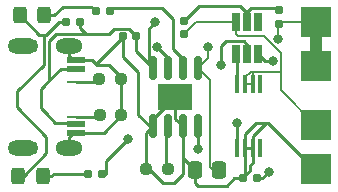
<source format=gbr>
%TF.GenerationSoftware,KiCad,Pcbnew,6.0.10+dfsg-1~bpo11+1*%
%TF.CreationDate,2023-01-21T14:50:41+00:00*%
%TF.ProjectId,tp4056,74703430-3536-42e6-9b69-6361645f7063,rev?*%
%TF.SameCoordinates,Original*%
%TF.FileFunction,Copper,L1,Top*%
%TF.FilePolarity,Positive*%
%FSLAX46Y46*%
G04 Gerber Fmt 4.6, Leading zero omitted, Abs format (unit mm)*
G04 Created by KiCad (PCBNEW 6.0.10+dfsg-1~bpo11+1) date 2023-01-21 14:50:41*
%MOMM*%
%LPD*%
G01*
G04 APERTURE LIST*
G04 Aperture macros list*
%AMRoundRect*
0 Rectangle with rounded corners*
0 $1 Rounding radius*
0 $2 $3 $4 $5 $6 $7 $8 $9 X,Y pos of 4 corners*
0 Add a 4 corners polygon primitive as box body*
4,1,4,$2,$3,$4,$5,$6,$7,$8,$9,$2,$3,0*
0 Add four circle primitives for the rounded corners*
1,1,$1+$1,$2,$3*
1,1,$1+$1,$4,$5*
1,1,$1+$1,$6,$7*
1,1,$1+$1,$8,$9*
0 Add four rect primitives between the rounded corners*
20,1,$1+$1,$2,$3,$4,$5,0*
20,1,$1+$1,$4,$5,$6,$7,0*
20,1,$1+$1,$6,$7,$8,$9,0*
20,1,$1+$1,$8,$9,$2,$3,0*%
G04 Aperture macros list end*
%TA.AperFunction,SMDPad,CuDef*%
%ADD10RoundRect,0.160000X0.197500X0.160000X-0.197500X0.160000X-0.197500X-0.160000X0.197500X-0.160000X0*%
%TD*%
%TA.AperFunction,SMDPad,CuDef*%
%ADD11R,1.500000X0.520000*%
%TD*%
%TA.AperFunction,SMDPad,CuDef*%
%ADD12R,1.500000X0.270000*%
%TD*%
%TA.AperFunction,ComponentPad*%
%ADD13O,2.300000X1.300000*%
%TD*%
%TA.AperFunction,ComponentPad*%
%ADD14O,2.600000X1.300000*%
%TD*%
%TA.AperFunction,ComponentPad*%
%ADD15R,2.500000X2.500000*%
%TD*%
%TA.AperFunction,SMDPad,CuDef*%
%ADD16RoundRect,0.160000X0.160000X-0.197500X0.160000X0.197500X-0.160000X0.197500X-0.160000X-0.197500X0*%
%TD*%
%TA.AperFunction,SMDPad,CuDef*%
%ADD17RoundRect,0.150000X0.150000X-0.825000X0.150000X0.825000X-0.150000X0.825000X-0.150000X-0.825000X0*%
%TD*%
%TA.AperFunction,SMDPad,CuDef*%
%ADD18R,3.000000X2.290000*%
%TD*%
%TA.AperFunction,SMDPad,CuDef*%
%ADD19RoundRect,0.160000X-0.197500X-0.160000X0.197500X-0.160000X0.197500X0.160000X-0.197500X0.160000X0*%
%TD*%
%TA.AperFunction,SMDPad,CuDef*%
%ADD20RoundRect,0.155000X-0.155000X0.212500X-0.155000X-0.212500X0.155000X-0.212500X0.155000X0.212500X0*%
%TD*%
%TA.AperFunction,SMDPad,CuDef*%
%ADD21RoundRect,0.237500X-0.250000X-0.237500X0.250000X-0.237500X0.250000X0.237500X-0.250000X0.237500X0*%
%TD*%
%TA.AperFunction,SMDPad,CuDef*%
%ADD22RoundRect,0.250000X0.325000X0.450000X-0.325000X0.450000X-0.325000X-0.450000X0.325000X-0.450000X0*%
%TD*%
%TA.AperFunction,SMDPad,CuDef*%
%ADD23RoundRect,0.250000X0.337500X0.475000X-0.337500X0.475000X-0.337500X-0.475000X0.337500X-0.475000X0*%
%TD*%
%TA.AperFunction,SMDPad,CuDef*%
%ADD24R,0.400000X1.560000*%
%TD*%
%TA.AperFunction,SMDPad,CuDef*%
%ADD25RoundRect,0.155000X0.212500X0.155000X-0.212500X0.155000X-0.212500X-0.155000X0.212500X-0.155000X0*%
%TD*%
%TA.AperFunction,SMDPad,CuDef*%
%ADD26RoundRect,0.237500X0.250000X0.237500X-0.250000X0.237500X-0.250000X-0.237500X0.250000X-0.237500X0*%
%TD*%
%TA.AperFunction,SMDPad,CuDef*%
%ADD27R,0.650000X1.560000*%
%TD*%
%TA.AperFunction,ViaPad*%
%ADD28C,0.800000*%
%TD*%
%TA.AperFunction,Conductor*%
%ADD29C,0.200000*%
%TD*%
%TA.AperFunction,Conductor*%
%ADD30C,0.250000*%
%TD*%
%TA.AperFunction,Conductor*%
%ADD31C,1.000000*%
%TD*%
G04 APERTURE END LIST*
D10*
%TO.P,R9,1*%
%TO.N,VIN*%
X135055000Y-88130000D03*
%TO.P,R9,2*%
%TO.N,Net-(D1-Pad2)*%
X133860000Y-88130000D03*
%TD*%
D11*
%TO.P,P1,A1,GND*%
%TO.N,GND*%
X134692000Y-91380000D03*
%TO.P,P1,A4,VBUS*%
%TO.N,VIN*%
X134692000Y-92130000D03*
D12*
%TO.P,P1,A8,SBU1*%
%TO.N,Net-(R8-Pad1)*%
X134692000Y-96230000D03*
D11*
%TO.P,P1,A9,VBUS*%
%TO.N,VIN*%
X134692000Y-96830000D03*
%TO.P,P1,A12,GND*%
%TO.N,GND*%
X134692000Y-97580000D03*
D12*
%TO.P,P1,B8,SBU2*%
%TO.N,Net-(P1-PadB8)*%
X134692000Y-93210000D03*
D13*
%TO.P,P1,S1,SHIELD*%
%TO.N,GND*%
X134065000Y-90160000D03*
D14*
X130240000Y-98800000D03*
D13*
X134065000Y-98800000D03*
D14*
X130240000Y-90160000D03*
%TD*%
D15*
%TO.P,J5,1,Pin_1*%
%TO.N,GND*%
X154975000Y-100644840D03*
%TD*%
D16*
%TO.P,R5,1*%
%TO.N,BAT+*%
X151890000Y-88370000D03*
%TO.P,R5,2*%
%TO.N,Net-(C2-Pad1)*%
X151890000Y-87175000D03*
%TD*%
D17*
%TO.P,U1,1,TEMP*%
%TO.N,GND*%
X141205000Y-96995000D03*
%TO.P,U1,2,PROG*%
%TO.N,Net-(R3-Pad1)*%
X142475000Y-96995000D03*
%TO.P,U1,3,GND*%
%TO.N,GND*%
X143745000Y-96995000D03*
%TO.P,U1,4,VCC*%
%TO.N,VIN*%
X145015000Y-96995000D03*
%TO.P,U1,5,BAT*%
%TO.N,BAT+*%
X145015000Y-92045000D03*
%TO.P,U1,6,~{STDBY}*%
%TO.N,Net-(R2-Pad2)*%
X143745000Y-92045000D03*
%TO.P,U1,7,~{CHRG}*%
%TO.N,Net-(R1-Pad2)*%
X142475000Y-92045000D03*
%TO.P,U1,8,CE*%
%TO.N,VIN*%
X141205000Y-92045000D03*
D18*
%TO.P,U1,9,PP*%
%TO.N,GND*%
X143110000Y-94520000D03*
%TD*%
D19*
%TO.P,R2,1*%
%TO.N,Net-(D2-Pad1)*%
X136365000Y-87250000D03*
%TO.P,R2,2*%
%TO.N,Net-(R2-Pad2)*%
X137560000Y-87250000D03*
%TD*%
D15*
%TO.P,J4,1,Pin_1*%
%TO.N,BAT-*%
X154970000Y-96859840D03*
%TD*%
D20*
%TO.P,C2,1*%
%TO.N,Net-(C2-Pad1)*%
X143830000Y-88075000D03*
%TO.P,C2,2*%
%TO.N,BAT-*%
X143830000Y-89210000D03*
%TD*%
D21*
%TO.P,R8,1*%
%TO.N,Net-(R8-Pad1)*%
X136715000Y-96070000D03*
%TO.P,R8,2*%
%TO.N,GND*%
X138540000Y-96070000D03*
%TD*%
D22*
%TO.P,D2,1,K*%
%TO.N,Net-(D2-Pad1)*%
X131995000Y-87610000D03*
%TO.P,D2,2,A*%
%TO.N,Net-(D1-Pad2)*%
X129945000Y-87610000D03*
%TD*%
D23*
%TO.P,C1,1*%
%TO.N,BAT+*%
X146830000Y-100710000D03*
%TO.P,C1,2*%
%TO.N,GND*%
X144755000Y-100710000D03*
%TD*%
D19*
%TO.P,R1,1*%
%TO.N,Net-(D1-Pad1)*%
X135725000Y-101020000D03*
%TO.P,R1,2*%
%TO.N,Net-(R1-Pad2)*%
X136920000Y-101020000D03*
%TD*%
D15*
%TO.P,J7,1,Pin_1*%
%TO.N,BAT+*%
X154980000Y-91899840D03*
%TD*%
D24*
%TO.P,U3,1,-IN*%
%TO.N,unconnected-(U3-Pad1)*%
X150290000Y-93443000D03*
%TO.P,U3,2,GND*%
%TO.N,BAT-*%
X149640000Y-93443000D03*
%TO.P,U3,3,Vref2*%
X148980000Y-93443000D03*
%TO.P,U3,4,OUT*%
%TO.N,/G1*%
X148330000Y-93443000D03*
%TO.P,U3,5,OUT*%
%TO.N,Net-(U2-Pad3)*%
X148330000Y-98857000D03*
%TO.P,U3,6,V+*%
%TO.N,GND*%
X148980000Y-98857000D03*
%TO.P,U3,7,Vref1*%
X149640000Y-98857000D03*
%TO.P,U3,8,+IN*%
%TO.N,unconnected-(U3-Pad8)*%
X150290000Y-98857000D03*
%TD*%
D10*
%TO.P,R6,1*%
%TO.N,/OC*%
X150025000Y-101410000D03*
%TO.P,R6,2*%
%TO.N,GND*%
X148830000Y-101410000D03*
%TD*%
D25*
%TO.P,C3,1*%
%TO.N,VIN*%
X139807500Y-89380000D03*
%TO.P,C3,2*%
%TO.N,GND*%
X138672500Y-89380000D03*
%TD*%
D21*
%TO.P,R7,1*%
%TO.N,Net-(P1-PadB8)*%
X136657500Y-93020000D03*
%TO.P,R7,2*%
%TO.N,GND*%
X138482500Y-93020000D03*
%TD*%
D15*
%TO.P,J6,1,Pin_1*%
%TO.N,BAT+*%
X154975000Y-88154840D03*
%TD*%
D22*
%TO.P,D1,1,K*%
%TO.N,Net-(D1-Pad1)*%
X131860000Y-101190000D03*
%TO.P,D1,2,A*%
%TO.N,Net-(D1-Pad2)*%
X129810000Y-101190000D03*
%TD*%
D26*
%TO.P,R3,1*%
%TO.N,Net-(R3-Pad1)*%
X142440000Y-100630000D03*
%TO.P,R3,2*%
%TO.N,GND*%
X140615000Y-100630000D03*
%TD*%
D27*
%TO.P,U2,1,OD*%
%TO.N,/G1*%
X148240000Y-90900000D03*
%TO.P,U2,2,CS*%
%TO.N,/OC*%
X149190000Y-90900000D03*
%TO.P,U2,3,OC*%
%TO.N,Net-(U2-Pad3)*%
X150140000Y-90900000D03*
%TO.P,U2,4,TD*%
%TO.N,unconnected-(U2-Pad4)*%
X150140000Y-88200000D03*
%TO.P,U2,5,VCC*%
%TO.N,Net-(C2-Pad1)*%
X149190000Y-88200000D03*
%TO.P,U2,6,GND*%
%TO.N,BAT-*%
X148240000Y-88200000D03*
%TD*%
D28*
%TO.N,Net-(U2-Pad3)*%
X148320000Y-96690000D03*
%TO.N,/OC*%
X146930000Y-91780000D03*
X151050000Y-100830000D03*
%TO.N,VIN*%
X141410000Y-88160000D03*
X145030000Y-98900000D03*
%TO.N,BAT+*%
X145830000Y-90260000D03*
X151834622Y-89575378D03*
%TO.N,Net-(R1-Pad2)*%
X139090000Y-98070000D03*
X141560000Y-90290000D03*
%TO.N,Net-(U2-Pad3)*%
X151343500Y-91470000D03*
%TD*%
D29*
%TO.N,BAT+*%
X151890000Y-88370000D02*
X152105160Y-88154840D01*
X152105160Y-88154840D02*
X154975000Y-88154840D01*
%TO.N,BAT-*%
X154970000Y-96859840D02*
X154959840Y-96859840D01*
X154959840Y-96859840D02*
X152043000Y-93943000D01*
X152043000Y-93943000D02*
X152043000Y-92363000D01*
D30*
%TO.N,GND*%
X148980000Y-98857000D02*
X149640000Y-98857000D01*
X149920000Y-96700000D02*
X150860000Y-96700000D01*
X150860000Y-96700000D02*
X150930000Y-96700000D01*
X149640000Y-98857000D02*
X149640000Y-97827000D01*
X149640000Y-97827000D02*
X150767000Y-96700000D01*
X150767000Y-96700000D02*
X150860000Y-96700000D01*
X148980000Y-98857000D02*
X148980000Y-97640000D01*
X154874840Y-100644840D02*
X154975000Y-100644840D01*
X148980000Y-97640000D02*
X149920000Y-96700000D01*
X150930000Y-96700000D02*
X154874840Y-100644840D01*
D31*
X154975000Y-100644840D02*
X154614840Y-100644840D01*
D30*
%TO.N,Net-(U2-Pad3)*%
X148330000Y-98857000D02*
X148330000Y-96700000D01*
X148330000Y-96700000D02*
X148320000Y-96690000D01*
%TO.N,/OC*%
X146930000Y-91780000D02*
X146930000Y-90230000D01*
X149190000Y-90090000D02*
X149190000Y-90900000D01*
X146930000Y-90230000D02*
X147365000Y-89795000D01*
X147365000Y-89795000D02*
X148895000Y-89795000D01*
X148895000Y-89795000D02*
X149190000Y-90090000D01*
X150025000Y-101410000D02*
X150470000Y-101410000D01*
X150470000Y-101410000D02*
X151050000Y-100830000D01*
D29*
%TO.N,BAT-*%
X149640000Y-93443000D02*
X149640000Y-92463000D01*
X149640000Y-92463000D02*
X149740000Y-92363000D01*
X149740000Y-92363000D02*
X150097000Y-92363000D01*
D30*
%TO.N,Net-(C2-Pad1)*%
X149480000Y-87020000D02*
X151735000Y-87020000D01*
X149190000Y-88200000D02*
X149190000Y-87310000D01*
X149190000Y-87310000D02*
X149480000Y-87020000D01*
X143830000Y-88075000D02*
X145125000Y-86780000D01*
X145125000Y-86780000D02*
X148575000Y-86780000D01*
X148575000Y-86780000D02*
X149190000Y-87395000D01*
X149190000Y-87395000D02*
X149190000Y-88200000D01*
%TO.N,VIN*%
X141410000Y-88160000D02*
X140835000Y-88735000D01*
X140835000Y-88735000D02*
X140835000Y-91675000D01*
X140835000Y-91675000D02*
X141205000Y-92045000D01*
%TO.N,Net-(R2-Pad2)*%
X137560000Y-87250000D02*
X137800000Y-87010000D01*
X137800000Y-87010000D02*
X142000000Y-87010000D01*
X143745000Y-91275000D02*
X143745000Y-92045000D01*
X142000000Y-87010000D02*
X142890000Y-87900000D01*
X142890000Y-87900000D02*
X142890000Y-90420000D01*
X142890000Y-90420000D02*
X143745000Y-91275000D01*
%TO.N,Net-(D1-Pad2)*%
X131950000Y-89230000D02*
X131950000Y-91770000D01*
X132190000Y-97870000D02*
X132190000Y-99271827D01*
X132190000Y-99271827D02*
X130271827Y-101190000D01*
X131950000Y-91770000D02*
X129710000Y-94010000D01*
X129710000Y-94010000D02*
X129710000Y-95390000D01*
X129710000Y-95390000D02*
X132190000Y-97870000D01*
X130271827Y-101190000D02*
X129810000Y-101190000D01*
X131950000Y-89230000D02*
X131565000Y-89230000D01*
X132180000Y-89230000D02*
X131950000Y-89230000D01*
X133280000Y-88130000D02*
X132180000Y-89230000D01*
X133860000Y-88130000D02*
X133280000Y-88130000D01*
X131565000Y-89230000D02*
X129945000Y-87610000D01*
%TO.N,Net-(D2-Pad1)*%
X132820000Y-87610000D02*
X133570000Y-86860000D01*
X131995000Y-87610000D02*
X132820000Y-87610000D01*
X133570000Y-86860000D02*
X135975000Y-86860000D01*
X135975000Y-86860000D02*
X136365000Y-87250000D01*
%TO.N,VIN*%
X132860336Y-89340336D02*
X133015673Y-89185000D01*
X132860336Y-89340336D02*
X132430000Y-89770672D01*
X132430000Y-90620000D02*
X132430000Y-93110000D01*
X132430000Y-89770672D02*
X132430000Y-90620000D01*
X133015673Y-89185000D02*
X135525000Y-89185000D01*
X135525000Y-89185000D02*
X137485000Y-89185000D01*
X135055000Y-88130000D02*
X135055000Y-88715000D01*
X135055000Y-88715000D02*
X135525000Y-89185000D01*
X139172500Y-88745000D02*
X137925000Y-88745000D01*
X137485000Y-89185000D02*
X137925000Y-88745000D01*
%TO.N,Net-(P1-PadB8)*%
X134692000Y-93210000D02*
X136467500Y-93210000D01*
X136467500Y-93210000D02*
X136657500Y-93020000D01*
%TO.N,Net-(R8-Pad1)*%
X134692000Y-96230000D02*
X136555000Y-96230000D01*
X136555000Y-96230000D02*
X136715000Y-96070000D01*
%TO.N,VIN*%
X145015000Y-98885000D02*
X145030000Y-98900000D01*
X145015000Y-96995000D02*
X145015000Y-98885000D01*
%TO.N,GND*%
X143110000Y-94520000D02*
X143110000Y-96360000D01*
X143110000Y-96360000D02*
X143745000Y-96995000D01*
X143110000Y-94520000D02*
X141205000Y-96425000D01*
X141205000Y-96425000D02*
X141205000Y-96995000D01*
D29*
%TO.N,BAT+*%
X145015000Y-92045000D02*
X145830000Y-91230000D01*
D31*
X154975000Y-88165000D02*
X154975000Y-91905000D01*
D29*
X146045000Y-100335000D02*
X146045000Y-93075000D01*
X146045000Y-93075000D02*
X145015000Y-92045000D01*
X146045000Y-100335000D02*
X146045000Y-100445000D01*
X145830000Y-91230000D02*
X145830000Y-90260000D01*
X146045000Y-100445000D02*
X146310000Y-100710000D01*
D31*
X154975000Y-91905000D02*
X154980000Y-91910000D01*
D29*
X151834622Y-89575378D02*
X151834622Y-88425378D01*
X151834622Y-88425378D02*
X151890000Y-88370000D01*
X146310000Y-100710000D02*
X146830000Y-100710000D01*
D30*
%TO.N,Net-(R1-Pad2)*%
X141560000Y-90290000D02*
X142475000Y-91205000D01*
X137235000Y-99925000D02*
X139090000Y-98070000D01*
X142475000Y-91205000D02*
X142475000Y-92045000D01*
X137235000Y-101020000D02*
X137235000Y-99925000D01*
%TO.N,Net-(D1-Pad1)*%
X135350000Y-101080000D02*
X135410000Y-101020000D01*
X132772500Y-101080000D02*
X135350000Y-101080000D01*
X131860000Y-101190000D02*
X132662500Y-101190000D01*
X132662500Y-101190000D02*
X132772500Y-101080000D01*
%TO.N,GND*%
X142970000Y-101800000D02*
X143745000Y-101025000D01*
X149640000Y-100070000D02*
X149640000Y-98857000D01*
X136461720Y-91771720D02*
X136461720Y-91679457D01*
X140615000Y-100630000D02*
X140615000Y-97585000D01*
X138672500Y-89380000D02*
X138672500Y-91122500D01*
X139980000Y-92430000D02*
X139980000Y-96030000D01*
X136070000Y-91380000D02*
X136461720Y-91771720D01*
X137464220Y-91771720D02*
X138662500Y-92970000D01*
X147460000Y-102050000D02*
X145000000Y-102050000D01*
X148830000Y-101310000D02*
X149025000Y-101115000D01*
X136461720Y-91771720D02*
X137361720Y-91771720D01*
X148980000Y-98857000D02*
X148980000Y-101070000D01*
X148100000Y-101410000D02*
X147460000Y-102050000D01*
X149395000Y-100315000D02*
X149640000Y-100070000D01*
X148980000Y-101070000D02*
X149025000Y-101115000D01*
X134060000Y-97955000D02*
X134435000Y-97580000D01*
X140615000Y-100630000D02*
X140890000Y-100630000D01*
X140615000Y-97585000D02*
X141205000Y-96995000D01*
X134060000Y-91005000D02*
X134435000Y-91380000D01*
X136461720Y-91679457D02*
X138672500Y-89468677D01*
X143745000Y-96995000D02*
X143745000Y-99700000D01*
X139980000Y-96030000D02*
X140945000Y-96995000D01*
X143745000Y-101025000D02*
X143745000Y-99700000D01*
X145000000Y-102050000D02*
X144755000Y-101805000D01*
X140890000Y-100630000D02*
X142060000Y-101800000D01*
X134435000Y-91380000D02*
X136070000Y-91380000D01*
X137030000Y-97580000D02*
X138540000Y-96070000D01*
X148830000Y-101410000D02*
X148100000Y-101410000D01*
X137361720Y-91771720D02*
X137464220Y-91771720D01*
X148830000Y-101410000D02*
X148830000Y-101310000D01*
X138540000Y-93077500D02*
X138482500Y-93020000D01*
X142060000Y-101800000D02*
X142970000Y-101800000D01*
X149395000Y-100745000D02*
X149395000Y-100315000D01*
X140945000Y-96995000D02*
X141205000Y-96995000D01*
X143745000Y-99700000D02*
X144755000Y-100710000D01*
X138540000Y-96070000D02*
X138540000Y-93077500D01*
X144755000Y-101805000D02*
X144755000Y-100710000D01*
X138672500Y-91122500D02*
X139980000Y-92430000D01*
X134435000Y-97580000D02*
X137030000Y-97580000D01*
X149025000Y-101115000D02*
X149395000Y-100745000D01*
X138672500Y-89468677D02*
X138672500Y-89380000D01*
X134060000Y-98800000D02*
X134060000Y-97955000D01*
X134060000Y-90160000D02*
X134060000Y-91005000D01*
%TO.N,VIN*%
X132215000Y-95985000D02*
X132910000Y-96680000D01*
X131985000Y-93555000D02*
X131720000Y-93820000D01*
X145015000Y-96425000D02*
X145015000Y-96995000D01*
X131720000Y-93820000D02*
X131720000Y-95490000D01*
X139807500Y-89380000D02*
X139172500Y-88745000D01*
X132910000Y-96680000D02*
X134285000Y-96680000D01*
X141205000Y-92045000D02*
X141205000Y-92615000D01*
X139807500Y-90647500D02*
X141205000Y-92045000D01*
X133384999Y-92155001D02*
X132430000Y-93110000D01*
X134285000Y-96680000D02*
X134435000Y-96830000D01*
X134409999Y-92155001D02*
X133384999Y-92155001D01*
X134435000Y-92130000D02*
X134409999Y-92155001D01*
X139807500Y-89380000D02*
X139807500Y-90647500D01*
X131720000Y-95490000D02*
X132215000Y-95985000D01*
X132430000Y-93110000D02*
X131985000Y-93555000D01*
%TO.N,Net-(R3-Pad1)*%
X142327500Y-97142500D02*
X142475000Y-96995000D01*
X142440000Y-100630000D02*
X142327500Y-100517500D01*
X142327500Y-100517500D02*
X142327500Y-97142500D01*
D29*
%TO.N,BAT-*%
X148240000Y-88200000D02*
X148240000Y-89180000D01*
X151897000Y-92363000D02*
X152043000Y-92363000D01*
X151655000Y-90395000D02*
X152043000Y-90783000D01*
X148430000Y-89370000D02*
X150640000Y-89370000D01*
X144840000Y-88200000D02*
X148240000Y-88200000D01*
X149480000Y-92363000D02*
X151897000Y-92363000D01*
X150640000Y-89370000D02*
X151655000Y-90385000D01*
X148240000Y-89180000D02*
X148430000Y-89370000D01*
X152043000Y-90783000D02*
X152043000Y-92363000D01*
X148980000Y-93443000D02*
X148980000Y-92863000D01*
X148980000Y-93443000D02*
X149640000Y-93443000D01*
X143830000Y-89210000D02*
X144840000Y-88200000D01*
X148980000Y-92863000D02*
X149480000Y-92363000D01*
X151655000Y-90385000D02*
X151655000Y-90395000D01*
D30*
%TO.N,/G1*%
X148330000Y-90990000D02*
X148240000Y-90900000D01*
X148330000Y-93443000D02*
X148330000Y-90990000D01*
%TO.N,Net-(U2-Pad3)*%
X151343500Y-91470000D02*
X150710000Y-91470000D01*
X150710000Y-91470000D02*
X150140000Y-90900000D01*
%TO.N,Net-(C2-Pad1)*%
X151735000Y-87020000D02*
X151890000Y-87175000D01*
%TO.N,Net-(P1-PadB8)*%
X136367500Y-92730000D02*
X136657500Y-93020000D01*
%TD*%
M02*

</source>
